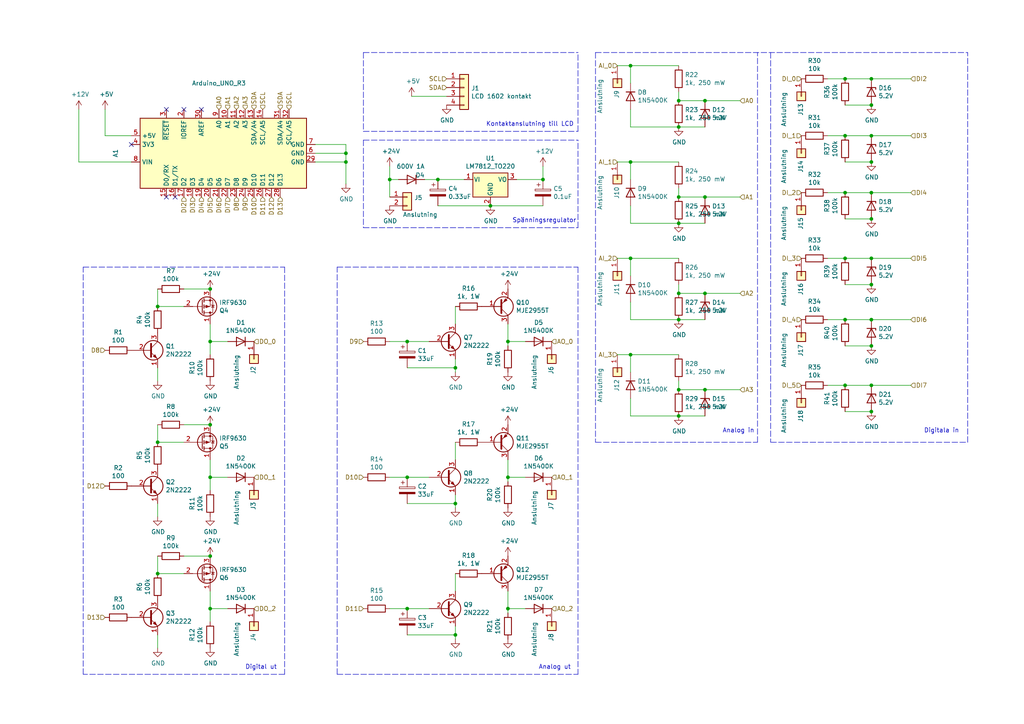
<source format=kicad_sch>
(kicad_sch (version 20211123) (generator eeschema)
  (paper "A4")
  (title_block (title "ITH PLC") (date "2021-12-02") (rev "-") (company "Institutet för tillämpad hydraulik") (comment 1 "Daniel Mårtensson"))
  (junction (at 252.73 55.88))
  (junction (at 252.73 119.38))
  (junction (at 245.11 74.93))
  (junction (at 132.08 106.68))
  (junction (at 45.72 166.37))
  (junction (at 196.85 64.77))
  (junction (at 60.96 123.19))
  (junction (at 245.11 22.86))
  (junction (at 196.85 36.83))
  (junction (at 196.85 29.21))
  (junction (at 60.96 83.82))
  (junction (at 196.85 113.03))
  (junction (at 100.33 46.99))
  (junction (at 147.32 99.06))
  (junction (at 252.73 111.76))
  (junction (at 252.73 22.86))
  (junction (at 204.47 85.09))
  (junction (at 118.11 138.43))
  (junction (at 196.85 57.15))
  (junction (at 196.85 92.71))
  (junction (at 252.73 46.99))
  (junction (at 252.73 100.33))
  (junction (at 252.73 30.48))
  (junction (at 127 52.07))
  (junction (at 147.32 138.43))
  (junction (at 245.11 55.88))
  (junction (at 157.48 52.07))
  (junction (at 196.85 85.09))
  (junction (at 252.73 39.37))
  (junction (at 60.96 176.53))
  (junction (at 182.88 74.93))
  (junction (at 118.11 176.53))
  (junction (at 45.72 128.27))
  (junction (at 60.96 99.06))
  (junction (at 252.73 92.71))
  (junction (at 142.24 59.69))
  (junction (at 252.73 74.93))
  (junction (at 113.03 52.07))
  (junction (at 245.11 111.76))
  (junction (at 204.47 113.03))
  (junction (at 182.88 19.05))
  (junction (at 204.47 57.15))
  (junction (at 147.32 176.53))
  (junction (at 45.72 88.9))
  (junction (at 252.73 82.55))
  (junction (at 245.11 92.71))
  (junction (at 245.11 39.37))
  (junction (at 118.11 99.06))
  (junction (at 60.96 161.29))
  (junction (at 204.47 29.21))
  (junction (at 182.88 46.99))
  (junction (at 182.88 102.87))
  (junction (at 196.85 120.65))
  (junction (at 100.33 44.45))
  (junction (at 132.08 146.05))
  (junction (at 252.73 63.5))
  (junction (at 60.96 138.43))
  (junction (at 132.08 184.15))
  (no_connect (at 50.8 57.15))
  (no_connect (at 48.26 31.75))
  (no_connect (at 38.1 41.91))
  (no_connect (at 53.34 31.75))
  (no_connect (at 58.42 31.75))
  (no_connect (at 48.26 57.15))
  (wire (pts (xy 252.73 30.48) (xy 245.11 30.48)))
  (wire (pts (xy 252.73 63.5) (xy 245.11 63.5)))
  (wire (pts (xy 45.72 149.86) (xy 45.72 146.05)))
  (wire (pts (xy 182.88 107.95) (xy 182.88 102.87)))
  (polyline (pts (xy 82.55 77.47) (xy 82.55 195.58)))
  (wire (pts (xy 132.08 147.32) (xy 132.08 146.05)))
  (wire (pts (xy 53.34 161.29) (xy 60.96 161.29)))
  (wire (pts (xy 204.47 120.65) (xy 196.85 120.65)))
  (wire (pts (xy 132.08 171.45) (xy 132.08 166.37)))
  (wire (pts (xy 252.73 22.86) (xy 245.11 22.86)))
  (wire (pts (xy 132.08 107.95) (xy 132.08 106.68)))
  (wire (pts (xy 147.32 133.35) (xy 147.32 138.43)))
  (wire (pts (xy 113.03 176.53) (xy 118.11 176.53)))
  (wire (pts (xy 252.73 100.33) (xy 245.11 100.33)))
  (wire (pts (xy 118.11 184.15) (xy 132.08 184.15)))
  (wire (pts (xy 60.96 133.35) (xy 60.96 138.43)))
  (wire (pts (xy 45.72 161.29) (xy 45.72 166.37)))
  (wire (pts (xy 252.73 111.76) (xy 264.16 111.76)))
  (wire (pts (xy 204.47 57.15) (xy 214.63 57.15)))
  (wire (pts (xy 182.88 24.13) (xy 182.88 19.05)))
  (wire (pts (xy 196.85 29.21) (xy 204.47 29.21)))
  (polyline (pts (xy 223.52 128.27) (xy 280.67 128.27)))
  (wire (pts (xy 252.73 119.38) (xy 245.11 119.38)))
  (wire (pts (xy 245.11 39.37) (xy 240.03 39.37)))
  (wire (pts (xy 45.72 83.82) (xy 45.72 88.9)))
  (wire (pts (xy 182.88 46.99) (xy 179.07 46.99)))
  (wire (pts (xy 182.88 36.83) (xy 196.85 36.83)))
  (polyline (pts (xy 280.67 128.27) (xy 280.67 15.24)))
  (wire (pts (xy 66.04 99.06) (xy 60.96 99.06)))
  (wire (pts (xy 132.08 93.98) (xy 132.08 88.9)))
  (wire (pts (xy 252.73 39.37) (xy 245.11 39.37)))
  (wire (pts (xy 118.11 176.53) (xy 124.46 176.53)))
  (wire (pts (xy 252.73 82.55) (xy 245.11 82.55)))
  (wire (pts (xy 115.57 52.07) (xy 113.03 52.07)))
  (wire (pts (xy 38.1 39.37) (xy 30.48 39.37)))
  (wire (pts (xy 60.96 99.06) (xy 60.96 102.87)))
  (wire (pts (xy 45.72 128.27) (xy 53.34 128.27)))
  (polyline (pts (xy 97.79 195.58) (xy 167.64 195.58)))
  (wire (pts (xy 100.33 41.91) (xy 100.33 44.45)))
  (wire (pts (xy 182.88 19.05) (xy 196.85 19.05)))
  (wire (pts (xy 147.32 171.45) (xy 147.32 176.53)))
  (wire (pts (xy 147.32 93.98) (xy 147.32 99.06)))
  (polyline (pts (xy 82.55 195.58) (xy 24.13 195.58)))
  (wire (pts (xy 113.03 99.06) (xy 118.11 99.06)))
  (polyline (pts (xy 105.41 40.64) (xy 167.64 40.64)))
  (wire (pts (xy 252.73 46.99) (xy 245.11 46.99)))
  (wire (pts (xy 45.72 88.9) (xy 53.34 88.9)))
  (wire (pts (xy 118.11 106.68) (xy 132.08 106.68)))
  (wire (pts (xy 182.88 92.71) (xy 182.88 87.63)))
  (wire (pts (xy 252.73 92.71) (xy 264.16 92.71)))
  (wire (pts (xy 182.88 19.05) (xy 179.07 19.05)))
  (wire (pts (xy 53.34 123.19) (xy 60.96 123.19)))
  (wire (pts (xy 196.85 85.09) (xy 196.85 82.55)))
  (wire (pts (xy 132.08 185.42) (xy 132.08 184.15)))
  (wire (pts (xy 182.88 102.87) (xy 196.85 102.87)))
  (polyline (pts (xy 172.72 15.24) (xy 172.72 128.27)))
  (wire (pts (xy 204.47 36.83) (xy 196.85 36.83)))
  (wire (pts (xy 182.88 64.77) (xy 182.88 59.69)))
  (wire (pts (xy 245.11 55.88) (xy 240.03 55.88)))
  (polyline (pts (xy 24.13 77.47) (xy 82.55 77.47)))
  (polyline (pts (xy 105.41 66.04) (xy 167.64 66.04)))
  (wire (pts (xy 127 52.07) (xy 134.62 52.07)))
  (wire (pts (xy 149.86 52.07) (xy 157.48 52.07)))
  (wire (pts (xy 45.72 166.37) (xy 53.34 166.37)))
  (wire (pts (xy 142.24 59.69) (xy 127 59.69)))
  (wire (pts (xy 245.11 92.71) (xy 252.73 92.71)))
  (wire (pts (xy 91.44 44.45) (xy 100.33 44.45)))
  (wire (pts (xy 132.08 146.05) (xy 132.08 143.51)))
  (wire (pts (xy 182.88 36.83) (xy 182.88 31.75)))
  (wire (pts (xy 182.88 74.93) (xy 196.85 74.93)))
  (wire (pts (xy 182.88 92.71) (xy 196.85 92.71)))
  (polyline (pts (xy 172.72 15.24) (xy 280.67 15.24)))
  (wire (pts (xy 45.72 110.49) (xy 45.72 106.68)))
  (polyline (pts (xy 97.79 195.58) (xy 97.79 77.47)))
  (wire (pts (xy 252.73 74.93) (xy 264.16 74.93)))
  (wire (pts (xy 100.33 46.99) (xy 100.33 44.45)))
  (wire (pts (xy 196.85 113.03) (xy 196.85 110.49)))
  (polyline (pts (xy 223.52 15.24) (xy 223.52 128.27)))
  (wire (pts (xy 123.19 52.07) (xy 127 52.07)))
  (wire (pts (xy 157.48 52.07) (xy 157.48 48.26)))
  (wire (pts (xy 91.44 46.99) (xy 100.33 46.99)))
  (wire (pts (xy 240.03 92.71) (xy 245.11 92.71)))
  (wire (pts (xy 118.11 138.43) (xy 124.46 138.43)))
  (wire (pts (xy 204.47 113.03) (xy 214.63 113.03)))
  (wire (pts (xy 118.11 146.05) (xy 132.08 146.05)))
  (wire (pts (xy 113.03 138.43) (xy 118.11 138.43)))
  (polyline (pts (xy 105.41 40.64) (xy 105.41 66.04)))
  (polyline (pts (xy 167.64 77.47) (xy 167.64 195.58)))
  (wire (pts (xy 152.4 138.43) (xy 147.32 138.43)))
  (wire (pts (xy 147.32 100.33) (xy 147.32 99.06)))
  (wire (pts (xy 118.11 99.06) (xy 124.46 99.06)))
  (wire (pts (xy 252.73 74.93) (xy 245.11 74.93)))
  (wire (pts (xy 204.47 92.71) (xy 196.85 92.71)))
  (wire (pts (xy 182.88 120.65) (xy 196.85 120.65)))
  (wire (pts (xy 30.48 39.37) (xy 30.48 31.75)))
  (wire (pts (xy 22.86 46.99) (xy 38.1 46.99)))
  (wire (pts (xy 60.96 171.45) (xy 60.96 176.53)))
  (wire (pts (xy 60.96 93.98) (xy 60.96 99.06)))
  (polyline (pts (xy 97.79 77.47) (xy 167.64 77.47)))
  (wire (pts (xy 182.88 80.01) (xy 182.88 74.93)))
  (wire (pts (xy 245.11 22.86) (xy 240.03 22.86)))
  (wire (pts (xy 53.34 83.82) (xy 60.96 83.82)))
  (wire (pts (xy 147.32 139.7) (xy 147.32 138.43)))
  (wire (pts (xy 157.48 59.69) (xy 142.24 59.69)))
  (polyline (pts (xy 167.64 38.1) (xy 167.64 15.24)))
  (wire (pts (xy 182.88 120.65) (xy 182.88 115.57)))
  (wire (pts (xy 252.73 55.88) (xy 245.11 55.88)))
  (polyline (pts (xy 105.41 15.24) (xy 167.64 15.24)))
  (wire (pts (xy 196.85 113.03) (xy 204.47 113.03)))
  (wire (pts (xy 252.73 39.37) (xy 264.16 39.37)))
  (wire (pts (xy 129.54 27.94) (xy 119.38 27.94)))
  (wire (pts (xy 196.85 57.15) (xy 196.85 54.61)))
  (wire (pts (xy 196.85 85.09) (xy 204.47 85.09)))
  (wire (pts (xy 45.72 123.19) (xy 45.72 128.27)))
  (wire (pts (xy 113.03 57.15) (xy 113.03 52.07)))
  (wire (pts (xy 132.08 133.35) (xy 132.08 128.27)))
  (wire (pts (xy 66.04 176.53) (xy 60.96 176.53)))
  (wire (pts (xy 252.73 55.88) (xy 264.16 55.88)))
  (wire (pts (xy 182.88 74.93) (xy 179.07 74.93)))
  (wire (pts (xy 204.47 29.21) (xy 214.63 29.21)))
  (polyline (pts (xy 105.41 38.1) (xy 167.64 38.1)))
  (wire (pts (xy 182.88 102.87) (xy 179.07 102.87)))
  (polyline (pts (xy 105.41 15.24) (xy 105.41 38.1)))
  (wire (pts (xy 182.88 64.77) (xy 196.85 64.77)))
  (wire (pts (xy 132.08 106.68) (xy 132.08 104.14)))
  (wire (pts (xy 60.96 176.53) (xy 60.96 180.34)))
  (wire (pts (xy 204.47 85.09) (xy 214.63 85.09)))
  (wire (pts (xy 204.47 64.77) (xy 196.85 64.77)))
  (wire (pts (xy 152.4 99.06) (xy 147.32 99.06)))
  (wire (pts (xy 182.88 46.99) (xy 196.85 46.99)))
  (wire (pts (xy 196.85 29.21) (xy 196.85 26.67)))
  (polyline (pts (xy 172.72 128.27) (xy 219.71 128.27)))
  (wire (pts (xy 60.96 138.43) (xy 60.96 142.24)))
  (wire (pts (xy 196.85 57.15) (xy 204.47 57.15)))
  (wire (pts (xy 147.32 177.8) (xy 147.32 176.53)))
  (wire (pts (xy 132.08 184.15) (xy 132.08 181.61)))
  (wire (pts (xy 252.73 22.86) (xy 264.16 22.86)))
  (wire (pts (xy 252.73 111.76) (xy 245.11 111.76)))
  (polyline (pts (xy 24.13 195.58) (xy 24.13 77.47)))
  (wire (pts (xy 245.11 74.93) (xy 240.03 74.93)))
  (wire (pts (xy 22.86 31.75) (xy 22.86 46.99)))
  (wire (pts (xy 45.72 187.96) (xy 45.72 184.15)))
  (wire (pts (xy 245.11 111.76) (xy 240.03 111.76)))
  (wire (pts (xy 113.03 52.07) (xy 113.03 48.26)))
  (wire (pts (xy 100.33 53.34) (xy 100.33 46.99)))
  (polyline (pts (xy 219.71 128.27) (xy 219.71 15.24)))
  (polyline (pts (xy 167.64 66.04) (xy 167.64 40.64)))
  (wire (pts (xy 91.44 41.91) (xy 100.33 41.91)))
  (wire (pts (xy 152.4 176.53) (xy 147.32 176.53)))
  (wire (pts (xy 66.04 138.43) (xy 60.96 138.43)))
  (wire (pts (xy 182.88 52.07) (xy 182.88 46.99)))
  (text "Kontaktanslutning till LCD" (at 140.97 36.83 0) (effects (font (size 1.27 1.27)) (justify left bottom)))
  (text "Analog ut" (at 156.21 194.31 0) (effects (font (size 1.27 1.27)) (justify left bottom)))
  (text "Digital ut" (at 71.12 194.31 0) (effects (font (size 1.27 1.27)) (justify left bottom)))
  (text "Spänningsregulator" (at 148.59 64.77 0) (effects (font (size 1.27 1.27)) (justify left bottom)))
  (text "Analog in" (at 209.55 125.73 0) (effects (font (size 1.27 1.27)) (justify left bottom)))
  (text "Digitala in" (at 267.97 125.73 0) (effects (font (size 1.27 1.27)) (justify left bottom)))
  (hierarchical_label "AI_3" (shape input) (at 179.07 102.87 180))
  (hierarchical_label "DI4" (shape input) (at 58.42 57.15 270))
  (hierarchical_label "D13" (shape input) (at 30.48 179.07 180))
  (hierarchical_label "SCL" (shape input) (at 129.54 22.86 180))
  (hierarchical_label "D9" (shape input) (at 105.41 99.06 180))
  (hierarchical_label "SDA" (shape input) (at 73.66 31.75 90))
  (hierarchical_label "D10" (shape input) (at 105.41 138.43 180))
  (hierarchical_label "D11" (shape input) (at 105.41 176.53 180))
  (hierarchical_label "DI2" (shape input) (at 264.16 22.86 0))
  (hierarchical_label "SDA" (shape input) (at 81.28 31.75 90))
  (hierarchical_label "DI_2" (shape input) (at 232.41 55.88 180))
  (hierarchical_label "DO_2" (shape input) (at 73.66 176.53 0))
  (hierarchical_label "DO_1" (shape input) (at 73.66 138.43 0))
  (hierarchical_label "A1" (shape input) (at 66.04 31.75 90))
  (hierarchical_label "A0" (shape input) (at 63.5 31.75 90))
  (hierarchical_label "DI6" (shape input) (at 264.16 92.71 0))
  (hierarchical_label "A3" (shape input) (at 214.63 113.03 0))
  (hierarchical_label "DI_4" (shape input) (at 232.41 92.71 180))
  (hierarchical_label "D12" (shape input) (at 78.74 57.15 270))
  (hierarchical_label "SCL" (shape input) (at 76.2 31.75 90))
  (hierarchical_label "DI7" (shape input) (at 264.16 111.76 0))
  (hierarchical_label "D13" (shape input) (at 81.28 57.15 270))
  (hierarchical_label "DI2" (shape input) (at 53.34 57.15 270))
  (hierarchical_label "AO_0" (shape input) (at 160.02 99.06 0))
  (hierarchical_label "AI_2" (shape input) (at 179.07 74.93 180))
  (hierarchical_label "A2" (shape input) (at 68.58 31.75 90))
  (hierarchical_label "D8" (shape input) (at 30.48 101.6 180))
  (hierarchical_label "DI_0" (shape input) (at 232.41 22.86 180))
  (hierarchical_label "D11" (shape input) (at 76.2 57.15 270))
  (hierarchical_label "DI5" (shape input) (at 60.96 57.15 270))
  (hierarchical_label "AO_1" (shape input) (at 160.02 138.43 0))
  (hierarchical_label "A3" (shape input) (at 71.12 31.75 90))
  (hierarchical_label "DI6" (shape input) (at 63.5 57.15 270))
  (hierarchical_label "A1" (shape input) (at 214.63 57.15 0))
  (hierarchical_label "A2" (shape input) (at 214.63 85.09 0))
  (hierarchical_label "DI5" (shape input) (at 264.16 74.93 0))
  (hierarchical_label "DI_1" (shape input) (at 232.41 39.37 180))
  (hierarchical_label "AO_2" (shape input) (at 160.02 176.53 0))
  (hierarchical_label "D9" (shape input) (at 71.12 57.15 270))
  (hierarchical_label "SCL" (shape input) (at 83.82 31.75 90))
  (hierarchical_label "D8" (shape input) (at 68.58 57.15 270))
  (hierarchical_label "DO_0" (shape input) (at 73.66 99.06 0))
  (hierarchical_label "D12" (shape input) (at 30.48 140.97 180))
  (hierarchical_label "DI3" (shape input) (at 55.88 57.15 270))
  (hierarchical_label "DI3" (shape input) (at 264.16 39.37 0))
  (hierarchical_label "DI_5" (shape input) (at 232.41 111.76 180))
  (hierarchical_label "DI_3" (shape input) (at 232.41 74.93 180))
  (hierarchical_label "A0" (shape input) (at 214.63 29.21 0))
  (hierarchical_label "AI_0" (shape input) (at 179.07 19.05 180))
  (hierarchical_label "SDA" (shape input) (at 129.54 25.4 180))
  (hierarchical_label "DI7" (shape input) (at 66.04 57.15 270))
  (hierarchical_label "AI_1" (shape input) (at 179.07 46.99 180))
  (hierarchical_label "D10" (shape input) (at 73.66 57.15 270))
  (hierarchical_label "DI4" (shape input) (at 264.16 55.88 0))
  (symbol (lib_id "MCU_Module:Arduino_UNO_R3") (at 63.5 44.45 90) (unit 1)
    (property "Reference" "A1" (at 33.5026 44.45 0))
    (property "Value" "Arduino_UNO_R3" (at 63.5 24.13 90))
    (property "Footprint" "Module:Arduino_UNO_R3" (effects hide))
    (property "Datasheet" "https://www.arduino.cc/en/Main/arduinoBoardUno" (effects hide))
  )
  (symbol (lib_id "Regulator_Linear:LM7812_TO220") (at 142.24 52.07 0) (unit 1)
    (property "Reference" "U1" (at 142.24 45.9232 0))
    (property "Value" "LM7812_TO220" (at 142.24 48.2346 0))
    (property "Footprint" "Package_TO_SOT_THT:TO-220-3_Vertical" (effects hide))
    (property "Datasheet" "https://www.onsemi.cn/PowerSolutions/document/MC7800-D.PDF" (effects hide))
  )
  (symbol (lib_id "power:GND") (at 142.24 59.69 0) (unit 1)
    (property "Reference" "#PWR0101" (effects hide))
    (property "Value" "GND" (at 142.367 64.0842 0))
  )
  (symbol (lib_id "Goobylåda---Kretskort-rescue:CP-Device") (at 127 55.88 0) (unit 1)
    (property "Reference" "C4" (at 129.9972 54.7116 0) (effects (justify left)))
    (property "Value" "0.33uF" (at 129.9972 57.023 0) (effects (justify left)))
    (property "Footprint" "Capacitor_THT:CP_Radial_D5.0mm_P2.00mm" (effects hide))
  )
  (symbol (lib_id "Goobylåda---Kretskort-rescue:CP-Device") (at 157.48 55.88 0) (unit 1)
    (property "Reference" "C5" (at 160.4772 54.7116 0) (effects (justify left)))
    (property "Value" "0.1uF" (at 160.4772 57.023 0) (effects (justify left)))
    (property "Footprint" "Capacitor_THT:CP_Radial_D5.0mm_P2.00mm" (effects hide))
  )
  (symbol (lib_id "power:+12V") (at 157.48 48.26 0) (unit 1)
    (property "Reference" "#PWR0102" (effects hide))
    (property "Value" "+12V" (at 157.861 43.8658 0))
  )
  (symbol (lib_id "power:+24V") (at 113.03 48.26 0) (unit 1)
    (property "Reference" "#PWR0103" (effects hide))
    (property "Value" "+24V" (at 113.411 43.8658 0))
  )
  (symbol (lib_id "Device:R") (at 236.22 22.86 270) (unit 1)
    (property "Reference" "R30" (at 236.22 17.6022 90))
    (property "Value" "10k" (at 236.22 19.9136 90))
    (property "Footprint" "Resistor_THT:R_Axial_DIN0204_L3.6mm_D1.6mm_P5.08mm_Horizontal" (effects hide))
  )
  (symbol (lib_id "Device:D_Zener") (at 252.73 26.67 270) (unit 1)
    (property "Reference" "D16" (at 254.762 25.5016 90) (effects (justify left)))
    (property "Value" "5.2V" (at 254.762 27.813 90) (effects (justify left)))
    (property "Footprint" "Diode_THT:D_DO-35_SOD27_P7.62mm_Horizontal" (effects hide))
  )
  (symbol (lib_id "power:GND") (at 252.73 30.48 0) (unit 1)
    (property "Reference" "#PWR0104" (effects hide))
    (property "Value" "GND" (at 252.857 34.8742 0))
  )
  (symbol (lib_id "Device:R") (at 236.22 39.37 270) (unit 1)
    (property "Reference" "R31" (at 236.22 34.1122 90))
    (property "Value" "10k" (at 236.22 36.4236 90))
    (property "Footprint" "Resistor_THT:R_Axial_DIN0204_L3.6mm_D1.6mm_P5.08mm_Horizontal" (effects hide))
  )
  (symbol (lib_id "Device:D_Zener") (at 252.73 43.18 270) (unit 1)
    (property "Reference" "D17" (at 254.762 42.0116 90) (effects (justify left)))
    (property "Value" "5.2V" (at 254.762 44.323 90) (effects (justify left)))
    (property "Footprint" "Diode_THT:D_DO-35_SOD27_P7.62mm_Horizontal" (effects hide))
  )
  (symbol (lib_id "power:GND") (at 252.73 46.99 0) (unit 1)
    (property "Reference" "#PWR0105" (effects hide))
    (property "Value" "GND" (at 252.857 51.3842 0))
  )
  (symbol (lib_id "Device:R") (at 236.22 55.88 270) (unit 1)
    (property "Reference" "R32" (at 236.22 50.6222 90))
    (property "Value" "10k" (at 236.22 52.9336 90))
    (property "Footprint" "Resistor_THT:R_Axial_DIN0204_L3.6mm_D1.6mm_P5.08mm_Horizontal" (effects hide))
  )
  (symbol (lib_id "Device:D_Zener") (at 252.73 59.69 270) (unit 1)
    (property "Reference" "D18" (at 254.762 58.5216 90) (effects (justify left)))
    (property "Value" "5.2V" (at 254.762 60.833 90) (effects (justify left)))
    (property "Footprint" "Diode_THT:D_DO-35_SOD27_P7.62mm_Horizontal" (effects hide))
  )
  (symbol (lib_id "power:GND") (at 252.73 63.5 0) (unit 1)
    (property "Reference" "#PWR0106" (effects hide))
    (property "Value" "GND" (at 252.857 67.8942 0))
  )
  (symbol (lib_id "Device:R") (at 236.22 74.93 270) (unit 1)
    (property "Reference" "R33" (at 236.22 69.6722 90))
    (property "Value" "10k" (at 236.22 71.9836 90))
    (property "Footprint" "Resistor_THT:R_Axial_DIN0204_L3.6mm_D1.6mm_P5.08mm_Horizontal" (effects hide))
  )
  (symbol (lib_id "Device:D_Zener") (at 252.73 78.74 270) (unit 1)
    (property "Reference" "D19" (at 254.762 77.5716 90) (effects (justify left)))
    (property "Value" "5.2V" (at 254.762 79.883 90) (effects (justify left)))
    (property "Footprint" "Diode_THT:D_DO-35_SOD27_P7.62mm_Horizontal" (effects hide))
  )
  (symbol (lib_id "power:GND") (at 252.73 82.55 0) (unit 1)
    (property "Reference" "#PWR0107" (effects hide))
    (property "Value" "GND" (at 252.857 86.9442 0))
  )
  (symbol (lib_id "Device:R") (at 236.22 92.71 270) (unit 1)
    (property "Reference" "R34" (at 236.22 87.4522 90))
    (property "Value" "10k" (at 236.22 89.7636 90))
    (property "Footprint" "Resistor_THT:R_Axial_DIN0204_L3.6mm_D1.6mm_P5.08mm_Horizontal" (effects hide))
  )
  (symbol (lib_id "Device:D_Zener") (at 252.73 96.52 270) (unit 1)
    (property "Reference" "D20" (at 254.762 95.3516 90) (effects (justify left)))
    (property "Value" "5.2V" (at 254.762 97.663 90) (effects (justify left)))
    (property "Footprint" "Diode_THT:D_DO-35_SOD27_P7.62mm_Horizontal" (effects hide))
  )
  (symbol (lib_id "power:GND") (at 252.73 100.33 0) (unit 1)
    (property "Reference" "#PWR0108" (effects hide))
    (property "Value" "GND" (at 252.857 104.7242 0))
  )
  (symbol (lib_id "Device:R") (at 236.22 111.76 270) (unit 1)
    (property "Reference" "R35" (at 236.22 106.5022 90))
    (property "Value" "10k" (at 236.22 108.8136 90))
    (property "Footprint" "Resistor_THT:R_Axial_DIN0204_L3.6mm_D1.6mm_P5.08mm_Horizontal" (effects hide))
  )
  (symbol (lib_id "Device:D_Zener") (at 252.73 115.57 270) (unit 1)
    (property "Reference" "D21" (at 254.762 114.4016 90) (effects (justify left)))
    (property "Value" "5.2V" (at 254.762 116.713 90) (effects (justify left)))
    (property "Footprint" "Diode_THT:D_DO-35_SOD27_P7.62mm_Horizontal" (effects hide))
  )
  (symbol (lib_id "power:GND") (at 252.73 119.38 0) (unit 1)
    (property "Reference" "#PWR0109" (effects hide))
    (property "Value" "GND" (at 252.857 123.7742 0))
  )
  (symbol (lib_id "power:GND") (at 100.33 53.34 0) (unit 1)
    (property "Reference" "#PWR0110" (effects hide))
    (property "Value" "GND" (at 100.457 57.7342 0))
  )
  (symbol (lib_id "power:+12V") (at 22.86 31.75 0) (unit 1)
    (property "Reference" "#PWR0111" (effects hide))
    (property "Value" "+12V" (at 23.241 27.3558 0))
  )
  (symbol (lib_id "Device:R") (at 196.85 33.02 0) (unit 1)
    (property "Reference" "R23" (at 198.628 31.8516 0) (effects (justify left)))
    (property "Value" "1k, 250 mW" (at 198.628 34.163 0) (effects (justify left)))
    (property "Footprint" "Resistor_THT:R_Axial_DIN0204_L3.6mm_D1.6mm_P5.08mm_Horizontal" (effects hide))
  )
  (symbol (lib_id "Device:R") (at 196.85 22.86 0) (unit 1)
    (property "Reference" "R22" (at 198.628 21.6916 0) (effects (justify left)))
    (property "Value" "1k, 250 mW" (at 198.628 24.003 0) (effects (justify left)))
    (property "Footprint" "Resistor_THT:R_Axial_DIN0204_L3.6mm_D1.6mm_P5.08mm_Horizontal" (effects hide))
  )
  (symbol (lib_id "Device:D_Zener") (at 204.47 33.02 270) (unit 1)
    (property "Reference" "D12" (at 206.502 31.8516 90) (effects (justify left)))
    (property "Value" "5.2V" (at 206.502 34.163 90) (effects (justify left)))
    (property "Footprint" "Diode_THT:D_DO-35_SOD27_P7.62mm_Horizontal" (effects hide))
  )
  (symbol (lib_id "Device:D") (at 182.88 27.94 270) (unit 1)
    (property "Reference" "D8" (at 184.912 26.7716 90) (effects (justify left)))
    (property "Value" "1N5400K" (at 184.912 29.083 90) (effects (justify left)))
    (property "Footprint" "Diode_THT:D_DO-15_P10.16mm_Horizontal" (effects hide))
  )
  (symbol (lib_id "power:GND") (at 196.85 36.83 0) (unit 1)
    (property "Reference" "#PWR0112" (effects hide))
    (property "Value" "GND" (at 196.977 41.2242 0))
  )
  (symbol (lib_id "Device:R") (at 196.85 60.96 0) (unit 1)
    (property "Reference" "R25" (at 198.628 59.7916 0) (effects (justify left)))
    (property "Value" "1k, 250 mW" (at 198.628 62.103 0) (effects (justify left)))
    (property "Footprint" "Resistor_THT:R_Axial_DIN0204_L3.6mm_D1.6mm_P5.08mm_Horizontal" (effects hide))
  )
  (symbol (lib_id "Device:R") (at 196.85 50.8 0) (unit 1)
    (property "Reference" "R24" (at 198.628 49.6316 0) (effects (justify left)))
    (property "Value" "1k, 250 mW" (at 198.628 51.943 0) (effects (justify left)))
    (property "Footprint" "Resistor_THT:R_Axial_DIN0204_L3.6mm_D1.6mm_P5.08mm_Horizontal" (effects hide))
  )
  (symbol (lib_id "Device:D_Zener") (at 204.47 60.96 270) (unit 1)
    (property "Reference" "D13" (at 206.502 59.7916 90) (effects (justify left)))
    (property "Value" "5.2V" (at 206.502 62.103 90) (effects (justify left)))
    (property "Footprint" "Diode_THT:D_DO-35_SOD27_P7.62mm_Horizontal" (effects hide))
  )
  (symbol (lib_id "power:GND") (at 196.85 64.77 0) (unit 1)
    (property "Reference" "#PWR0113" (effects hide))
    (property "Value" "GND" (at 196.977 69.1642 0))
  )
  (symbol (lib_id "Device:R") (at 196.85 88.9 0) (unit 1)
    (property "Reference" "R27" (at 198.628 87.7316 0) (effects (justify left)))
    (property "Value" "1k, 250 mW" (at 198.628 90.043 0) (effects (justify left)))
    (property "Footprint" "Resistor_THT:R_Axial_DIN0204_L3.6mm_D1.6mm_P5.08mm_Horizontal" (effects hide))
  )
  (symbol (lib_id "Device:R") (at 196.85 78.74 0) (unit 1)
    (property "Reference" "R26" (at 198.628 77.5716 0) (effects (justify left)))
    (property "Value" "1k, 250 mW" (at 198.628 79.883 0) (effects (justify left)))
    (property "Footprint" "Resistor_THT:R_Axial_DIN0204_L3.6mm_D1.6mm_P5.08mm_Horizontal" (effects hide))
  )
  (symbol (lib_id "Device:D_Zener") (at 204.47 88.9 270) (unit 1)
    (property "Reference" "D14" (at 206.502 87.7316 90) (effects (justify left)))
    (property "Value" "5.2V" (at 206.502 90.043 90) (effects (justify left)))
    (property "Footprint" "Diode_THT:D_DO-35_SOD27_P7.62mm_Horizontal" (effects hide))
  )
  (symbol (lib_id "power:GND") (at 196.85 92.71 0) (unit 1)
    (property "Reference" "#PWR0114" (effects hide))
    (property "Value" "GND" (at 196.977 97.1042 0))
  )
  (symbol (lib_id "Device:R") (at 196.85 116.84 0) (unit 1)
    (property "Reference" "R29" (at 198.628 115.6716 0) (effects (justify left)))
    (property "Value" "1k, 250 mW" (at 198.628 117.983 0) (effects (justify left)))
    (property "Footprint" "Resistor_THT:R_Axial_DIN0204_L3.6mm_D1.6mm_P5.08mm_Horizontal" (effects hide))
  )
  (symbol (lib_id "Device:R") (at 196.85 106.68 0) (unit 1)
    (property "Reference" "R28" (at 198.628 105.5116 0) (effects (justify left)))
    (property "Value" "1k, 250 mW" (at 198.628 107.823 0) (effects (justify left)))
    (property "Footprint" "Resistor_THT:R_Axial_DIN0204_L3.6mm_D1.6mm_P5.08mm_Horizontal" (effects hide))
  )
  (symbol (lib_id "Device:D_Zener") (at 204.47 116.84 270) (unit 1)
    (property "Reference" "D15" (at 206.502 115.6716 90) (effects (justify left)))
    (property "Value" "5.2V" (at 206.502 117.983 90) (effects (justify left)))
    (property "Footprint" "Diode_THT:D_DO-35_SOD27_P7.62mm_Horizontal" (effects hide))
  )
  (symbol (lib_id "power:GND") (at 196.85 120.65 0) (unit 1)
    (property "Reference" "#PWR0115" (effects hide))
    (property "Value" "GND" (at 196.977 125.0442 0))
  )
  (symbol (lib_id "Device:D") (at 182.88 55.88 270) (unit 1)
    (property "Reference" "D9" (at 184.912 54.7116 90) (effects (justify left)))
    (property "Value" "1N5400K" (at 184.912 57.023 90) (effects (justify left)))
    (property "Footprint" "Diode_THT:D_DO-15_P10.16mm_Horizontal" (effects hide))
  )
  (symbol (lib_id "Device:D") (at 182.88 83.82 270) (unit 1)
    (property "Reference" "D10" (at 184.912 82.6516 90) (effects (justify left)))
    (property "Value" "1N5400K" (at 184.912 84.963 90) (effects (justify left)))
    (property "Footprint" "Diode_THT:D_DO-15_P10.16mm_Horizontal" (effects hide))
  )
  (symbol (lib_id "Device:D") (at 182.88 111.76 270) (unit 1)
    (property "Reference" "D11" (at 184.912 110.5916 90) (effects (justify left)))
    (property "Value" "1N5400K" (at 184.912 112.903 90) (effects (justify left)))
    (property "Footprint" "Diode_THT:D_DO-15_P10.16mm_Horizontal" (effects hide))
  )
  (symbol (lib_id "Transistor_BJT:2N2219") (at 43.18 101.6 0) (unit 1)
    (property "Reference" "Q1" (at 48.0314 100.4316 0) (effects (justify left)))
    (property "Value" "2N2222 " (at 48.0314 102.743 0) (effects (justify left)))
    (property "Footprint" "Package_TO_SOT_THT:TO-92" (effects hide))
    (property "Datasheet" "http://www.onsemi.com/pub_link/Collateral/2N2219-D.PDF" (effects hide))
  )
  (symbol (lib_id "Connector_Generic:Conn_01x04") (at 134.62 25.4 0) (unit 1)
    (property "Reference" "J1" (at 136.652 25.6032 0) (effects (justify left)))
    (property "Value" "LCD 1602 kontakt" (at 136.652 27.9146 0) (effects (justify left)))
    (property "Footprint" "Connector_PinHeader_2.54mm:PinHeader_1x04_P2.54mm_Vertical" (effects hide))
  )
  (symbol (lib_id "power:+5V") (at 30.48 31.75 0) (unit 1)
    (property "Reference" "#PWR0116" (effects hide))
    (property "Value" "+5V" (at 30.861 27.3558 0))
  )
  (symbol (lib_id "power:GND") (at 129.54 30.48 0) (unit 1)
    (property "Reference" "#PWR0118" (effects hide))
    (property "Value" "GND" (at 129.667 34.8742 0))
  )
  (symbol (lib_id "power:+5V") (at 119.38 27.94 0) (unit 1)
    (property "Reference" "#PWR0117" (effects hide))
    (property "Value" "+5V" (at 119.761 23.5458 0))
  )
  (symbol (lib_id "Device:R") (at 45.72 92.71 0) (unit 1)
    (property "Reference" "R4" (at 40.4622 92.71 90))
    (property "Value" "100k" (at 42.7736 92.71 90))
    (property "Footprint" "Resistor_THT:R_Axial_DIN0204_L3.6mm_D1.6mm_P5.08mm_Horizontal" (effects hide))
  )
  (symbol (lib_id "Transistor_BJT:MJ2955") (at 144.78 88.9 0) (mirror x) (unit 1)
    (property "Reference" "Q10" (at 149.6314 87.7316 0) (effects (justify left)))
    (property "Value" "MJE2955T" (at 149.6314 90.043 0) (effects (justify left)))
    (property "Footprint" "Package_TO_SOT_THT:TO-220-3_Vertical" (effects hide))
    (property "Datasheet" "http://www.onsemi.com/pub_link/Collateral/2N3055-D.PDF" (effects hide))
  )
  (symbol (lib_id "Device:R") (at 147.32 104.14 0) (unit 1)
    (property "Reference" "R19" (at 142.0622 104.14 90))
    (property "Value" "100k" (at 144.3736 104.14 90))
    (property "Footprint" "Resistor_THT:R_Axial_DIN0204_L3.6mm_D1.6mm_P5.08mm_Horizontal" (effects hide))
  )
  (symbol (lib_id "power:GND") (at 147.32 107.95 0) (unit 1)
    (property "Reference" "#PWR0119" (effects hide))
    (property "Value" "GND" (at 147.447 112.3442 0))
  )
  (symbol (lib_id "Device:D") (at 156.21 99.06 180) (unit 1)
    (property "Reference" "D5" (at 156.21 93.5482 0))
    (property "Value" "1N5400K" (at 156.21 95.8596 0))
    (property "Footprint" "Diode_THT:D_DO-15_P10.16mm_Horizontal" (effects hide))
  )
  (symbol (lib_id "power:+24V") (at 147.32 83.82 0) (unit 1)
    (property "Reference" "#PWR0120" (effects hide))
    (property "Value" "+24V" (at 147.701 79.4258 0))
  )
  (symbol (lib_id "Transistor_BJT:2N2219") (at 129.54 99.06 0) (unit 1)
    (property "Reference" "Q7" (at 134.3914 97.8916 0) (effects (justify left)))
    (property "Value" "2N2222 " (at 134.3914 100.203 0) (effects (justify left)))
    (property "Footprint" "Package_TO_SOT_THT:TO-92" (effects hide))
    (property "Datasheet" "http://www.onsemi.com/pub_link/Collateral/2N2219-D.PDF" (effects hide))
  )
  (symbol (lib_id "Device:R") (at 135.89 88.9 270) (unit 1)
    (property "Reference" "R16" (at 135.89 83.6422 90))
    (property "Value" "1k, 1W" (at 135.89 85.9536 90))
    (property "Footprint" "Resistor_THT:R_Axial_DIN0207_L6.3mm_D2.5mm_P10.16mm_Horizontal" (effects hide))
  )
  (symbol (lib_id "power:GND") (at 132.08 107.95 0) (unit 1)
    (property "Reference" "#PWR0121" (effects hide))
    (property "Value" "GND" (at 132.207 112.3442 0))
  )
  (symbol (lib_id "Device:R") (at 109.22 99.06 270) (unit 1)
    (property "Reference" "R13" (at 109.22 93.8022 90))
    (property "Value" "100" (at 109.22 96.1136 90))
    (property "Footprint" "Resistor_THT:R_Axial_DIN0204_L3.6mm_D1.6mm_P5.08mm_Horizontal" (effects hide))
  )
  (symbol (lib_id "Device:R") (at 60.96 146.05 0) (unit 1)
    (property "Reference" "R11" (at 55.7022 146.05 90))
    (property "Value" "100k" (at 58.0136 146.05 90))
    (property "Footprint" "Resistor_THT:R_Axial_DIN0204_L3.6mm_D1.6mm_P5.08mm_Horizontal" (effects hide))
  )
  (symbol (lib_id "power:GND") (at 60.96 149.86 0) (unit 1)
    (property "Reference" "#PWR0131" (effects hide))
    (property "Value" "GND" (at 61.087 154.2542 0))
  )
  (symbol (lib_id "power:+24V") (at 60.96 123.19 0) (unit 1)
    (property "Reference" "#PWR0132" (effects hide))
    (property "Value" "+24V" (at 61.341 118.7958 0))
  )
  (symbol (lib_id "Device:R") (at 49.53 123.19 270) (unit 1)
    (property "Reference" "R8" (at 49.53 117.9322 90))
    (property "Value" "100k" (at 49.53 120.2436 90))
    (property "Footprint" "Resistor_THT:R_Axial_DIN0204_L3.6mm_D1.6mm_P5.08mm_Horizontal" (effects hide))
  )
  (symbol (lib_id "power:GND") (at 45.72 149.86 0) (unit 1)
    (property "Reference" "#PWR0133" (effects hide))
    (property "Value" "GND" (at 45.847 154.2542 0))
  )
  (symbol (lib_id "Transistor_FET:IRF9383M") (at 58.42 128.27 0) (mirror x) (unit 1)
    (property "Reference" "Q5" (at 63.6016 129.4384 0) (effects (justify left)))
    (property "Value" "IRF9630" (at 63.6016 127.127 0) (effects (justify left)))
    (property "Footprint" "Package_TO_SOT_THT:TO-220-3_Vertical" (effects hide))
    (property "Datasheet" "https://www.infineon.com/dgdl/irf9383mpbf.pdf?fileId=5546d462533600a40153561169a11dab" (effects hide))
  )
  (symbol (lib_id "Device:R") (at 34.29 140.97 270) (unit 1)
    (property "Reference" "R2" (at 34.29 135.7122 90))
    (property "Value" "100" (at 34.29 138.0236 90))
    (property "Footprint" "Resistor_THT:R_Axial_DIN0204_L3.6mm_D1.6mm_P5.08mm_Horizontal" (effects hide))
  )
  (symbol (lib_id "Transistor_BJT:2N2219") (at 43.18 140.97 0) (unit 1)
    (property "Reference" "Q2" (at 48.0314 139.8016 0) (effects (justify left)))
    (property "Value" "2N2222 " (at 48.0314 142.113 0) (effects (justify left)))
    (property "Footprint" "Package_TO_SOT_THT:TO-92" (effects hide))
    (property "Datasheet" "http://www.onsemi.com/pub_link/Collateral/2N2219-D.PDF" (effects hide))
  )
  (symbol (lib_id "Device:R") (at 45.72 132.08 0) (unit 1)
    (property "Reference" "R5" (at 40.4622 132.08 90))
    (property "Value" "100k" (at 42.7736 132.08 90))
    (property "Footprint" "Resistor_THT:R_Axial_DIN0204_L3.6mm_D1.6mm_P5.08mm_Horizontal" (effects hide))
  )
  (symbol (lib_id "Transistor_BJT:MJ2955") (at 144.78 128.27 0) (mirror x) (unit 1)
    (property "Reference" "Q11" (at 149.6314 127.1016 0) (effects (justify left)))
    (property "Value" "MJE2955T" (at 149.6314 129.413 0) (effects (justify left)))
    (property "Footprint" "Package_TO_SOT_THT:TO-220-3_Vertical" (effects hide))
    (property "Datasheet" "http://www.onsemi.com/pub_link/Collateral/2N3055-D.PDF" (effects hide))
  )
  (symbol (lib_id "Device:R") (at 147.32 143.51 0) (unit 1)
    (property "Reference" "R20" (at 142.0622 143.51 90))
    (property "Value" "100k" (at 144.3736 143.51 90))
    (property "Footprint" "Resistor_THT:R_Axial_DIN0204_L3.6mm_D1.6mm_P5.08mm_Horizontal" (effects hide))
  )
  (symbol (lib_id "power:GND") (at 147.32 147.32 0) (unit 1)
    (property "Reference" "#PWR0122" (effects hide))
    (property "Value" "GND" (at 147.447 151.7142 0))
  )
  (symbol (lib_id "Device:D") (at 156.21 138.43 180) (unit 1)
    (property "Reference" "D6" (at 156.21 132.9182 0))
    (property "Value" "1N5400K" (at 156.21 135.2296 0))
    (property "Footprint" "Diode_THT:D_DO-15_P10.16mm_Horizontal" (effects hide))
  )
  (symbol (lib_id "power:+24V") (at 147.32 123.19 0) (unit 1)
    (property "Reference" "#PWR0123" (effects hide))
    (property "Value" "+24V" (at 147.701 118.7958 0))
  )
  (symbol (lib_id "Transistor_BJT:2N2219") (at 129.54 138.43 0) (unit 1)
    (property "Reference" "Q8" (at 134.3914 137.2616 0) (effects (justify left)))
    (property "Value" "2N2222 " (at 134.3914 139.573 0) (effects (justify left)))
    (property "Footprint" "Package_TO_SOT_THT:TO-92" (effects hide))
    (property "Datasheet" "http://www.onsemi.com/pub_link/Collateral/2N2219-D.PDF" (effects hide))
  )
  (symbol (lib_id "Device:R") (at 135.89 128.27 270) (unit 1)
    (property "Reference" "R17" (at 135.89 123.0122 90))
    (property "Value" "1k, 1W" (at 135.89 125.3236 90))
    (property "Footprint" "Resistor_THT:R_Axial_DIN0207_L6.3mm_D2.5mm_P10.16mm_Horizontal" (effects hide))
  )
  (symbol (lib_id "power:GND") (at 132.08 147.32 0) (unit 1)
    (property "Reference" "#PWR0124" (effects hide))
    (property "Value" "GND" (at 132.207 151.7142 0))
  )
  (symbol (lib_id "Device:R") (at 109.22 138.43 270) (unit 1)
    (property "Reference" "R14" (at 109.22 133.1722 90))
    (property "Value" "100" (at 109.22 135.4836 90))
    (property "Footprint" "Resistor_THT:R_Axial_DIN0204_L3.6mm_D1.6mm_P5.08mm_Horizontal" (effects hide))
  )
  (symbol (lib_id "Transistor_BJT:MJ2955") (at 144.78 166.37 0) (mirror x) (unit 1)
    (property "Reference" "Q12" (at 149.6314 165.2016 0) (effects (justify left)))
    (property "Value" "MJE2955T" (at 149.6314 167.513 0) (effects (justify left)))
    (property "Footprint" "Package_TO_SOT_THT:TO-220-3_Vertical" (effects hide))
    (property "Datasheet" "http://www.onsemi.com/pub_link/Collateral/2N3055-D.PDF" (effects hide))
  )
  (symbol (lib_id "Device:R") (at 147.32 181.61 0) (unit 1)
    (property "Reference" "R21" (at 142.0622 181.61 90))
    (property "Value" "100k" (at 144.3736 181.61 90))
    (property "Footprint" "Resistor_THT:R_Axial_DIN0204_L3.6mm_D1.6mm_P5.08mm_Horizontal" (effects hide))
  )
  (symbol (lib_id "power:GND") (at 147.32 185.42 0) (unit 1)
    (property "Reference" "#PWR0125" (effects hide))
    (property "Value" "GND" (at 147.447 189.8142 0))
  )
  (symbol (lib_id "Device:D") (at 156.21 176.53 180) (unit 1)
    (property "Reference" "D7" (at 156.21 171.0182 0))
    (property "Value" "1N5400K" (at 156.21 173.3296 0))
    (property "Footprint" "Diode_THT:D_DO-15_P10.16mm_Horizontal" (effects hide))
  )
  (symbol (lib_id "power:+24V") (at 147.32 161.29 0) (unit 1)
    (property "Reference" "#PWR0126" (effects hide))
    (property "Value" "+24V" (at 147.701 156.8958 0))
  )
  (symbol (lib_id "Transistor_BJT:2N2219") (at 129.54 176.53 0) (unit 1)
    (property "Reference" "Q9" (at 134.3914 175.3616 0) (effects (justify left)))
    (property "Value" "2N2222 " (at 134.3914 177.673 0) (effects (justify left)))
    (property "Footprint" "Package_TO_SOT_THT:TO-92" (effects hide))
    (property "Datasheet" "http://www.onsemi.com/pub_link/Collateral/2N2219-D.PDF" (effects hide))
  )
  (symbol (lib_id "Device:R") (at 135.89 166.37 270) (unit 1)
    (property "Reference" "R18" (at 135.89 161.1122 90))
    (property "Value" "1k, 1W" (at 135.89 163.4236 90))
    (property "Footprint" "Resistor_THT:R_Axial_DIN0207_L6.3mm_D2.5mm_P10.16mm_Horizontal" (effects hide))
  )
  (symbol (lib_id "power:GND") (at 132.08 185.42 0) (unit 1)
    (property "Reference" "#PWR0127" (effects hide))
    (property "Value" "GND" (at 132.207 189.8142 0))
  )
  (symbol (lib_id "Device:R") (at 109.22 176.53 270) (unit 1)
    (property "Reference" "R15" (at 109.22 171.2722 90))
    (property "Value" "100" (at 109.22 173.5836 90))
    (property "Footprint" "Resistor_THT:R_Axial_DIN0204_L3.6mm_D1.6mm_P5.08mm_Horizontal" (effects hide))
  )
  (symbol (lib_id "Device:R") (at 60.96 184.15 0) (unit 1)
    (property "Reference" "R12" (at 55.7022 184.15 90))
    (property "Value" "100k" (at 58.0136 184.15 90))
    (property "Footprint" "Resistor_THT:R_Axial_DIN0204_L3.6mm_D1.6mm_P5.08mm_Horizontal" (effects hide))
  )
  (symbol (lib_id "power:GND") (at 60.96 187.96 0) (unit 1)
    (property "Reference" "#PWR0134" (effects hide))
    (property "Value" "GND" (at 61.087 192.3542 0))
  )
  (symbol (lib_id "power:+24V") (at 60.96 161.29 0) (unit 1)
    (property "Reference" "#PWR0135" (effects hide))
    (property "Value" "+24V" (at 61.341 156.8958 0))
  )
  (symbol (lib_id "Device:R") (at 49.53 161.29 270) (unit 1)
    (property "Reference" "R9" (at 49.53 156.0322 90))
    (property "Value" "100k" (at 49.53 158.3436 90))
    (property "Footprint" "Resistor_THT:R_Axial_DIN0204_L3.6mm_D1.6mm_P5.08mm_Horizontal" (effects hide))
  )
  (symbol (lib_id "power:GND") (at 45.72 187.96 0) (unit 1)
    (property "Reference" "#PWR0136" (effects hide))
    (property "Value" "GND" (at 45.847 192.3542 0))
  )
  (symbol (lib_id "Transistor_FET:IRF9383M") (at 58.42 166.37 0) (mirror x) (unit 1)
    (property "Reference" "Q6" (at 63.6016 167.5384 0) (effects (justify left)))
    (property "Value" "IRF9630" (at 63.6016 165.227 0) (effects (justify left)))
    (property "Footprint" "Package_TO_SOT_THT:TO-220-3_Vertical" (effects hide))
    (property "Datasheet" "https://www.infineon.com/dgdl/irf9383mpbf.pdf?fileId=5546d462533600a40153561169a11dab" (effects hide))
  )
  (symbol (lib_id "Device:R") (at 34.29 179.07 270) (unit 1)
    (property "Reference" "R3" (at 34.29 173.8122 90))
    (property "Value" "100" (at 34.29 176.1236 90))
    (property "Footprint" "Resistor_THT:R_Axial_DIN0204_L3.6mm_D1.6mm_P5.08mm_Horizontal" (effects hide))
  )
  (symbol (lib_id "Transistor_BJT:2N2219") (at 43.18 179.07 0) (unit 1)
    (property "Reference" "Q3" (at 48.0314 177.9016 0) (effects (justify left)))
    (property "Value" "2N2222 " (at 48.0314 180.213 0) (effects (justify left)))
    (property "Footprint" "Package_TO_SOT_THT:TO-92" (effects hide))
    (property "Datasheet" "http://www.onsemi.com/pub_link/Collateral/2N2219-D.PDF" (effects hide))
  )
  (symbol (lib_id "Device:R") (at 45.72 170.18 0) (unit 1)
    (property "Reference" "R6" (at 40.4622 170.18 90))
    (property "Value" "100k" (at 42.7736 170.18 90))
    (property "Footprint" "Resistor_THT:R_Axial_DIN0204_L3.6mm_D1.6mm_P5.08mm_Horizontal" (effects hide))
  )
  (symbol (lib_id "Device:R") (at 60.96 106.68 0) (unit 1)
    (property "Reference" "R10" (at 55.7022 106.68 90))
    (property "Value" "100k" (at 58.0136 106.68 90))
    (property "Footprint" "Resistor_THT:R_Axial_DIN0204_L3.6mm_D1.6mm_P5.08mm_Horizontal" (effects hide))
  )
  (symbol (lib_id "power:GND") (at 60.96 110.49 0) (unit 1)
    (property "Reference" "#PWR0128" (effects hide))
    (property "Value" "GND" (at 61.087 114.8842 0))
  )
  (symbol (lib_id "Device:D") (at 69.85 99.06 180) (unit 1)
    (property "Reference" "D1" (at 69.85 93.5482 0))
    (property "Value" "1N5400K" (at 69.85 95.8596 0))
    (property "Footprint" "Diode_THT:D_DO-15_P10.16mm_Horizontal" (effects hide))
  )
  (symbol (lib_id "power:+24V") (at 60.96 83.82 0) (unit 1)
    (property "Reference" "#PWR0129" (effects hide))
    (property "Value" "+24V" (at 61.341 79.4258 0))
  )
  (symbol (lib_id "Device:R") (at 49.53 83.82 270) (unit 1)
    (property "Reference" "R7" (at 49.53 78.5622 90))
    (property "Value" "100k" (at 49.53 80.8736 90))
    (property "Footprint" "Resistor_THT:R_Axial_DIN0204_L3.6mm_D1.6mm_P5.08mm_Horizontal" (effects hide))
  )
  (symbol (lib_id "power:GND") (at 45.72 110.49 0) (unit 1)
    (property "Reference" "#PWR0130" (effects hide))
    (property "Value" "GND" (at 45.847 114.8842 0))
  )
  (symbol (lib_id "Device:R") (at 34.29 101.6 270) (unit 1)
    (property "Reference" "R1" (at 34.29 96.3422 90))
    (property "Value" "100" (at 34.29 98.6536 90))
    (property "Footprint" "Resistor_THT:R_Axial_DIN0204_L3.6mm_D1.6mm_P5.08mm_Horizontal" (effects hide))
  )
  (symbol (lib_id "Device:D") (at 69.85 138.43 180) (unit 1)
    (property "Reference" "D2" (at 69.85 132.9182 0))
    (property "Value" "1N5400K" (at 69.85 135.2296 0))
    (property "Footprint" "Diode_THT:D_DO-15_P10.16mm_Horizontal" (effects hide))
  )
  (symbol (lib_id "Device:D") (at 69.85 176.53 180) (unit 1)
    (property "Reference" "D3" (at 69.85 171.0182 0))
    (property "Value" "1N5400K" (at 69.85 173.3296 0))
    (property "Footprint" "Diode_THT:D_DO-15_P10.16mm_Horizontal" (effects hide))
  )
  (symbol (lib_id "Transistor_FET:IRF9383M") (at 58.42 88.9 0) (mirror x) (unit 1)
    (property "Reference" "Q4" (at 63.6016 90.0684 0) (effects (justify left)))
    (property "Value" "IRF9630" (at 63.6016 87.757 0) (effects (justify left)))
    (property "Footprint" "Package_TO_SOT_THT:TO-220-3_Vertical" (effects hide))
    (property "Datasheet" "https://www.infineon.com/dgdl/irf9383mpbf.pdf?fileId=5546d462533600a40153561169a11dab" (effects hide))
  )
  (symbol (lib_id "Device:D") (at 119.38 52.07 180) (unit 1)
    (property "Reference" "D4" (at 123.19 50.8 0) (effects (justify left)))
    (property "Value" "600V 1A" (at 123.19 48.26 0) (effects (justify left)))
    (property "Footprint" "Diode_THT:D_DO-41_SOD81_P7.62mm_Horizontal" (effects hide))
  )
  (symbol (lib_id "Goobylåda---Kretskort-rescue:CP-Device") (at 118.11 102.87 0) (unit 1)
    (property "Reference" "C1" (at 121.1072 101.7016 0) (effects (justify left)))
    (property "Value" "33uF" (at 121.1072 104.013 0) (effects (justify left)))
    (property "Footprint" "Capacitor_THT:CP_Radial_D5.0mm_P2.00mm" (effects hide))
  )
  (symbol (lib_id "Goobylåda---Kretskort-rescue:CP-Device") (at 118.11 142.24 0) (unit 1)
    (property "Reference" "C2" (at 121.1072 141.0716 0) (effects (justify left)))
    (property "Value" "33uF" (at 121.1072 143.383 0) (effects (justify left)))
    (property "Footprint" "Capacitor_THT:CP_Radial_D5.0mm_P2.00mm" (effects hide))
  )
  (symbol (lib_id "Goobylåda---Kretskort-rescue:CP-Device") (at 118.11 180.34 0) (unit 1)
    (property "Reference" "C3" (at 121.1072 179.1716 0) (effects (justify left)))
    (property "Value" "33uF" (at 121.1072 181.483 0) (effects (justify left)))
    (property "Footprint" "Capacitor_THT:CP_Radial_D5.0mm_P2.00mm" (effects hide))
  )
  (symbol (lib_id "Device:R") (at 245.11 26.67 0) (unit 1)
    (property "Reference" "R36" (at 239.8522 26.67 90))
    (property "Value" "100k" (at 242.1636 26.67 90))
    (property "Footprint" "Resistor_THT:R_Axial_DIN0204_L3.6mm_D1.6mm_P5.08mm_Horizontal" (effects hide))
  )
  (symbol (lib_id "Device:R") (at 245.11 43.18 0) (unit 1)
    (property "Reference" "R37" (at 239.8522 43.18 90))
    (property "Value" "100k" (at 242.1636 43.18 90))
    (property "Footprint" "Resistor_THT:R_Axial_DIN0204_L3.6mm_D1.6mm_P5.08mm_Horizontal" (effects hide))
  )
  (symbol (lib_id "Device:R") (at 245.11 59.69 0) (unit 1)
    (property "Reference" "R38" (at 239.8522 59.69 90))
    (property "Value" "100k" (at 242.1636 59.69 90))
    (property "Footprint" "Resistor_THT:R_Axial_DIN0204_L3.6mm_D1.6mm_P5.08mm_Horizontal" (effects hide))
  )
  (symbol (lib_id "Device:R") (at 245.11 78.74 0) (unit 1)
    (property "Reference" "R39" (at 239.8522 78.74 90))
    (property "Value" "100k" (at 242.1636 78.74 90))
    (property "Footprint" "Resistor_THT:R_Axial_DIN0204_L3.6mm_D1.6mm_P5.08mm_Horizontal" (effects hide))
  )
  (symbol (lib_id "Device:R") (at 245.11 96.52 0) (unit 1)
    (property "Reference" "R40" (at 239.8522 96.52 90))
    (property "Value" "100k" (at 242.1636 96.52 90))
    (property "Footprint" "Resistor_THT:R_Axial_DIN0204_L3.6mm_D1.6mm_P5.08mm_Horizontal" (effects hide))
  )
  (symbol (lib_id "Device:R") (at 245.11 115.57 0) (unit 1)
    (property "Reference" "R41" (at 239.8522 115.57 90))
    (property "Value" "100k" (at 242.1636 115.57 90))
    (property "Footprint" "Resistor_THT:R_Axial_DIN0204_L3.6mm_D1.6mm_P5.08mm_Horizontal" (effects hide))
  )
  (symbol (lib_id "Connector_Generic:Conn_01x02") (at 118.11 57.15 0) (unit 1)
    (property "Reference" "J5" (at 120.142 57.3532 0) (effects (justify left)))
    (property "Value" "Anslutning" (at 116.84 62.23 0) (effects (justify left)))
    (property "Footprint" "Connector_PinHeader_2.54mm:PinHeader_1x02_P2.54mm_Vertical" (effects hide))
  )
  (symbol (lib_id "power:GND") (at 113.03 59.69 0) (unit 1)
    (property "Reference" "#PWR0137" (effects hide))
    (property "Value" "GND" (at 113.157 64.0842 0))
  )
  (symbol (lib_id "Connector_Generic:Conn_01x01") (at 73.66 104.14 270) (unit 1)
    (property "Reference" "J2" (at 73.4568 106.172 0) (effects (justify left)))
    (property "Value" "Anslutning" (at 68.58 102.87 0) (effects (justify left)))
    (property "Footprint" "Connector_PinHeader_2.54mm:PinHeader_1x01_P2.54mm_Vertical" (effects hide))
  )
  (symbol (lib_id "Connector_Generic:Conn_01x01") (at 73.66 143.51 270) (unit 1)
    (property "Reference" "J3" (at 73.4568 145.542 0) (effects (justify left)))
    (property "Value" "Anslutning" (at 68.58 142.24 0) (effects (justify left)))
    (property "Footprint" "Connector_PinHeader_2.54mm:PinHeader_1x01_P2.54mm_Vertical" (effects hide))
  )
  (symbol (lib_id "Connector_Generic:Conn_01x01") (at 73.66 181.61 270) (unit 1)
    (property "Reference" "J4" (at 73.4568 183.642 0) (effects (justify left)))
    (property "Value" "Anslutning" (at 68.58 180.34 0) (effects (justify left)))
    (property "Footprint" "Connector_PinHeader_2.54mm:PinHeader_1x01_P2.54mm_Vertical" (effects hide))
  )
  (symbol (lib_id "Connector_Generic:Conn_01x01") (at 160.02 181.61 270) (unit 1)
    (property "Reference" "J8" (at 159.8168 183.642 0) (effects (justify left)))
    (property "Value" "Anslutning" (at 154.94 180.34 0) (effects (justify left)))
    (property "Footprint" "Connector_PinHeader_2.54mm:PinHeader_1x01_P2.54mm_Vertical" (effects hide))
  )
  (symbol (lib_id "Connector_Generic:Conn_01x01") (at 160.02 143.51 270) (unit 1)
    (property "Reference" "J7" (at 159.8168 145.542 0) (effects (justify left)))
    (property "Value" "Anslutning" (at 154.94 142.24 0) (effects (justify left)))
    (property "Footprint" "Connector_PinHeader_2.54mm:PinHeader_1x01_P2.54mm_Vertical" (effects hide))
  )
  (symbol (lib_id "Connector_Generic:Conn_01x01") (at 160.02 104.14 270) (unit 1)
    (property "Reference" "J6" (at 159.8168 106.172 0) (effects (justify left)))
    (property "Value" "Anslutning" (at 154.94 102.87 0) (effects (justify left)))
    (property "Footprint" "Connector_PinHeader_2.54mm:PinHeader_1x01_P2.54mm_Vertical" (effects hide))
  )
  (symbol (lib_id "Connector_Generic:Conn_01x01") (at 179.07 107.95 270) (unit 1)
    (property "Reference" "J12" (at 178.8668 109.982 0) (effects (justify left)))
    (property "Value" "Anslutning" (at 173.99 106.68 0) (effects (justify left)))
    (property "Footprint" "Connector_PinHeader_2.54mm:PinHeader_1x01_P2.54mm_Vertical" (effects hide))
  )
  (symbol (lib_id "Connector_Generic:Conn_01x01") (at 179.07 80.01 270) (unit 1)
    (property "Reference" "J11" (at 178.8668 82.042 0) (effects (justify left)))
    (property "Value" "Anslutning" (at 173.99 78.74 0) (effects (justify left)))
    (property "Footprint" "Connector_PinHeader_2.54mm:PinHeader_1x01_P2.54mm_Vertical" (effects hide))
  )
  (symbol (lib_id "Connector_Generic:Conn_01x01") (at 179.07 52.07 270) (unit 1)
    (property "Reference" "J10" (at 178.8668 54.102 0) (effects (justify left)))
    (property "Value" "Anslutning" (at 173.99 50.8 0) (effects (justify left)))
    (property "Footprint" "Connector_PinHeader_2.54mm:PinHeader_1x01_P2.54mm_Vertical" (effects hide))
  )
  (symbol (lib_id "Connector_Generic:Conn_01x01") (at 179.07 24.13 270) (unit 1)
    (property "Reference" "J9" (at 178.8668 26.162 0) (effects (justify left)))
    (property "Value" "Anslutning" (at 173.99 22.86 0) (effects (justify left)))
    (property "Footprint" "Connector_PinHeader_2.54mm:PinHeader_1x01_P2.54mm_Vertical" (effects hide))
  )
  (symbol (lib_id "Connector_Generic:Conn_01x01") (at 232.41 27.94 270) (unit 1)
    (property "Reference" "J13" (at 232.2068 29.972 0) (effects (justify left)))
    (property "Value" "Anslutning" (at 227.33 26.67 0) (effects (justify left)))
    (property "Footprint" "Connector_PinHeader_2.54mm:PinHeader_1x01_P2.54mm_Vertical" (effects hide))
  )
  (symbol (lib_id "Connector_Generic:Conn_01x01") (at 232.41 44.45 270) (unit 1)
    (property "Reference" "J14" (at 232.2068 46.482 0) (effects (justify left)))
    (property "Value" "Anslutning" (at 227.33 43.18 0) (effects (justify left)))
    (property "Footprint" "Connector_PinHeader_2.54mm:PinHeader_1x01_P2.54mm_Vertical" (effects hide))
  )
  (symbol (lib_id "Connector_Generic:Conn_01x01") (at 232.41 60.96 270) (unit 1)
    (property "Reference" "J15" (at 232.2068 62.992 0) (effects (justify left)))
    (property "Value" "Anslutning" (at 227.33 59.69 0) (effects (justify left)))
    (property "Footprint" "Connector_PinHeader_2.54mm:PinHeader_1x01_P2.54mm_Vertical" (effects hide))
  )
  (symbol (lib_id "Connector_Generic:Conn_01x01") (at 232.41 80.01 270) (unit 1)
    (property "Reference" "J16" (at 232.2068 82.042 0) (effects (justify left)))
    (property "Value" "Anslutning" (at 227.33 78.74 0) (effects (justify left)))
    (property "Footprint" "Connector_PinHeader_2.54mm:PinHeader_1x01_P2.54mm_Vertical" (effects hide))
  )
  (symbol (lib_id "Connector_Generic:Conn_01x01") (at 232.41 97.79 270) (unit 1)
    (property "Reference" "J17" (at 232.2068 99.822 0) (effects (justify left)))
    (property "Value" "Anslutning" (at 227.33 96.52 0) (effects (justify left)))
    (property "Footprint" "Connector_PinHeader_2.54mm:PinHeader_1x01_P2.54mm_Vertical" (effects hide))
  )
  (symbol (lib_id "Connector_Generic:Conn_01x01") (at 232.41 116.84 270) (unit 1)
    (property "Reference" "J18" (at 232.2068 118.872 0) (effects (justify left)))
    (property "Value" "Anslutning" (at 227.33 115.57 0) (effects (justify left)))
    (property "Footprint" "Connector_PinHeader_2.54mm:PinHeader_1x01_P2.54mm_Vertical" (effects hide))
  )
)
</source>
